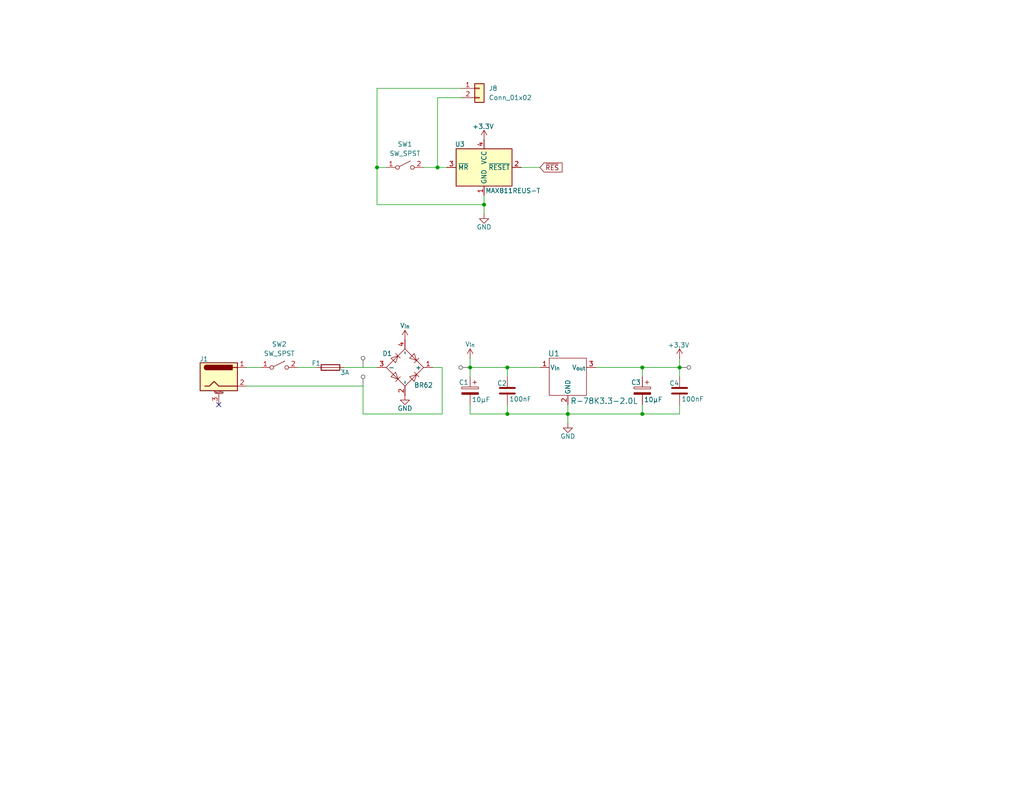
<source format=kicad_sch>
(kicad_sch (version 20231120) (generator "eeschema") (generator_version "8.0")
  (paper "A")
  (title_block (title "Sentinel 65X") (date "2024-05-24") (rev "5") (company "Studio 8502"))
  (lib_symbols
    (symbol "Connector:Barrel_Jack_MountingPin" (pin_names hide)
      (property "Reference" "J1" (at -4.064 4.826 0))
      (symbol "Barrel_Jack_MountingPin_0_1"
        (rectangle (start -5.08 3.81) (end 5.08 -3.81) (stroke (width 0.254)) (fill (type background)))
        (arc (start -3.302 3.175) (mid -3.9343 2.54) (end -3.302 1.905) (stroke (width 0.254)))
        (arc (start -3.302 3.175) (mid -3.9343 2.54) (end -3.302 1.905) (stroke (width 0.254)) (fill (type outline)))
        (polyline (pts (xy 5.08 2.54) (xy 3.81 2.54)) (stroke (width 0.254)))
        (polyline (pts (xy -3.81 -2.54) (xy -2.54 -2.54) (xy -1.27 -1.27) (xy 0 -2.54) (xy 2.54 -2.54) (xy 5.08 -2.54)) (stroke (width 0.254)))
        (rectangle (start 3.683 3.175) (end -3.302 1.905) (stroke (width 0.254)) (fill (type outline)))
      )
      (symbol "Barrel_Jack_MountingPin_1_1"
        (polyline (pts (xy -1.016 -4.572) (xy 1.016 -4.572)) (stroke (width 0.1524)))
        (text "Mounting" (at 0 -4.191 0) (effects (font (size 0.381 0.381))))
        (pin passive line (at 7.62 2.54 180) (length 2.54) (name "~") (number "1"))
        (pin passive line (at 7.62 -2.54 180) (length 2.54) (name "~") (number "2"))
        (pin passive line (at 0 -7.62 90) (length 3.048) (name "3") (number "3"))
      )
    )
    (symbol "Connector_Generic:Conn_01x02" (pin_names (offset 1.016) hide)
      (property "Reference" "J" (at 0 2.54 0))
      (property "Value" "Conn_01x02" (at 0 -5.08 0))
      (symbol "Conn_01x02_1_1"
        (rectangle (start -1.27 -2.413) (end 0 -2.667) (stroke (width 0.1524)))
        (rectangle (start -1.27 0.127) (end 0 -0.127) (stroke (width 0.1524)))
        (rectangle (start -1.27 1.27) (end 1.27 -3.81) (stroke (width 0.254)) (fill (type background)))
        (pin passive line (at -5.08 0 0) (length 3.81) (name "Pin_1") (number "1"))
        (pin passive line (at -5.08 -2.54 0) (length 3.81) (name "Pin_2") (number "2"))
      )
    )
    (symbol "Device:C" (pin_numbers hide) (pin_names (offset 0.254))
      (property "Reference" "C" (at 0.635 2.54 0))
      (property "Value" "C" (at 0.635 -2.54 0))
      (symbol "C_0_1"
        (polyline (pts (xy -2.032 -0.762) (xy 2.032 -0.762)) (stroke (width 0.508)))
        (polyline (pts (xy -2.032 0.762) (xy 2.032 0.762)) (stroke (width 0.508)))
      )
      (symbol "C_1_1"
        (pin passive line (at 0 3.81 270) (length 2.794) (name "~") (number "1"))
        (pin passive line (at 0 -3.81 90) (length 2.794) (name "~") (number "2"))
      )
    )
    (symbol "Device:C_Polarized" (pin_numbers hide) (pin_names (offset 0.254))
      (property "Reference" "C" (at 0.635 2.54 0))
      (property "Value" "C_Polarized" (at 0.635 -2.54 0))
      (symbol "C_Polarized_0_1"
        (rectangle (start -2.286 0.508) (end 2.286 1.016))
        (polyline (pts (xy -1.778 2.286) (xy -0.762 2.286)))
        (polyline (pts (xy -1.27 2.794) (xy -1.27 1.778)))
        (rectangle (start 2.286 -0.508) (end -2.286 -1.016) (fill (type outline)))
      )
      (symbol "C_Polarized_1_1"
        (pin passive line (at 0 3.81 270) (length 2.794) (name "~") (number "1"))
        (pin passive line (at 0 -3.81 90) (length 2.794) (name "~") (number "2"))
      )
    )
    (symbol "Device:Fuse" (pin_numbers hide) (pin_names (offset 0))
      (property "Reference" "F" (at 2.032 0 90))
      (property "Value" "Fuse" (at -1.905 0 90))
      (symbol "Fuse_0_1"
        (rectangle (start -0.762 -2.54) (end 0.762 2.54) (stroke (width 0.254)))
        (polyline (pts (xy 0 2.54) (xy 0 -2.54)))
      )
      (symbol "Fuse_1_1"
        (pin passive line (at 0 3.81 270) (length 1.27) (name "~") (number "1"))
        (pin passive line (at 0 -3.81 90) (length 1.27) (name "~") (number "2"))
      )
    )
    (symbol "Power_Supervisor:MAX811REUS-T"
      (property "Reference" "U" (at -7.62 6.35 0))
      (property "Value" "MAX811REUS-T" (at 1.27 6.35 0))
      (symbol "MAX811REUS-T_0_1"
        (rectangle (start -7.62 5.08) (end 7.62 -5.08) (stroke (width 0.254)) (fill (type background)))
      )
      (symbol "MAX811REUS-T_1_1"
        (pin power_in line (at 0 -7.62 90) (length 2.54) (name "GND") (number "1"))
        (pin output line (at 10.16 0 180) (length 2.54) (name "~{RESET}") (number "2"))
        (pin input line (at -10.16 0 0) (length 2.54) (name "~{MR}") (number "3"))
        (pin power_in line (at 0 7.62 270) (length 2.54) (name "VCC") (number "4"))
      )
    )
    (symbol "Sentinel 65X Prototype 5:BR62"
      (property "Reference" "D" (at 13.462 3.302 0))
      (property "Value" "BR62" (at 13.462 0.762 0))
      (symbol "BR62_0_1"
        (polyline (pts (xy 7.62 -1.27) (xy 8.89 -2.54)))
        (polyline (pts (xy 8.89 -7.62) (xy 7.62 -8.89)))
        (polyline (pts (xy 12.7 -6.35) (xy 13.97 -7.62)))
        (polyline (pts (xy 12.7 -3.81) (xy 13.97 -2.54)))
        (polyline (pts (xy 6.35 -2.54) (xy 7.62 -3.81) (xy 8.255 -1.905) (xy 6.35 -2.54)))
        (polyline (pts (xy 7.62 -6.35) (xy 6.35 -7.62) (xy 8.255 -8.255) (xy 7.62 -6.35)))
        (polyline (pts (xy 11.43 -2.54) (xy 12.7 -1.27) (xy 13.335 -3.175) (xy 11.43 -2.54)))
        (polyline (pts (xy 13.335 -6.985) (xy 11.43 -7.62) (xy 12.7 -8.89) (xy 13.335 -6.985)))
        (polyline (pts (xy 5.08 -5.08) (xy 10.16 -10.16) (xy 15.24 -5.08) (xy 10.16 0) (xy 5.08 -5.08)))
      )
      (symbol "BR62_1_1"
        (pin passive line (at 17.78 -5.08 180) (length 2.54) (name "+") (number "1"))
        (pin passive line (at 10.16 -12.7 90) (length 2.54) (name "~ ") (number "2"))
        (pin passive line (at 2.54 -5.08 0) (length 2.54) (name "-") (number "3"))
        (pin passive line (at 10.16 2.54 270) (length 2.54) (name " ~") (number "4"))
      )
    )
    (symbol "Sentinel 65X Prototype 5:R-78K3.3-2.0L" (pin_names (offset 0.254))
      (property "Reference" "U" (at 8.128 3.556 0))
      (property "Value" "R-78K3.3-2.0L" (at 22.098 -8.89 0))
      (symbol "R-78K3.3-2.0L_1_1"
        (rectangle (start 7.62 2.54) (end 17.78 -7.62))
        (pin power_in line (at 5.08 0 0) (length 2.54) (name "V_{in}") (number "1"))
        (pin power_out line (at 12.7 -10.16 90) (length 2.54) (name "GND") (number "2"))
        (pin power_out line (at 20.32 0 180) (length 2.54) (name "V_{out}") (number "3"))
      )
    )
    (symbol "Switch:SW_SPST" (pin_names (offset 0) hide)
      (property "Reference" "SW" (at 0 3.175 0))
      (property "Value" "SW_SPST" (at 0 -2.54 0))
      (symbol "SW_SPST_0_0"
        (circle (center -2.032 0) (radius 0.508))
        (polyline (pts (xy -1.524 0.254) (xy 1.524 1.778)))
        (circle (center 2.032 0) (radius 0.508))
      )
      (symbol "SW_SPST_1_1"
        (pin passive line (at -5.08 0 0) (length 2.54) (name "A") (number "1"))
        (pin passive line (at 5.08 0 180) (length 2.54) (name "B") (number "2"))
      )
    )
    (symbol "power:+3.3V" (power) (pin_numbers hide) (pin_names (offset 0) hide)
      (property "Value" "+3.3V" (at 0 3.556 0))
      (symbol "+3.3V_0_1"
        (polyline (pts (xy -0.762 1.27) (xy 0 2.54)))
        (polyline (pts (xy 0 0) (xy 0 2.54)))
        (polyline (pts (xy 0 2.54) (xy 0.762 1.27)))
      )
      (symbol "+3.3V_1_1"
        (pin power_in line (at 0 0 90) (length 0) (name "~") (number "1"))
      )
    )
    (symbol "power:GND" (power) (pin_numbers hide) (pin_names (offset 0) hide)
      (property "Value" "GND" (at 0 -3.81 0))
      (symbol "GND_0_1"
        (polyline (pts (xy 0 0) (xy 0 -1.27) (xy 1.27 -1.27) (xy 0 -2.54) (xy -1.27 -1.27) (xy 0 -1.27)))
      )
      (symbol "GND_1_1"
        (pin power_in line (at 0 0 270) (length 0) (name "~") (number "1"))
      )
    )
    (symbol "power:VCC" (power) (pin_numbers hide) (pin_names (offset 0) hide)
      (property "Value" "VCC" (at 0 3.556 0))
      (symbol "VCC_0_1"
        (polyline (pts (xy -0.762 1.27) (xy 0 2.54)))
        (polyline (pts (xy 0 0) (xy 0 2.54)))
        (polyline (pts (xy 0 2.54) (xy 0.762 1.27)))
      )
      (symbol "VCC_1_1"
        (pin power_in line (at 0 0 90) (length 0) (name "~") (number "1"))
      )
    )
  )
  (bus_alias "Control_Signals" (members "~{RES}" "~{IRQ}" "~{VIRQ}" "~{NMI}" "~{RD}" "~{WR}" "R/~{W}"))
  (junction (at 185.42 100.33))
  (junction (at 119.38 45.72))
  (junction (at 138.43 100.33))
  (junction (at 138.43 113.03))
  (junction (at 128.27 100.33))
  (junction (at 132.08 55.88))
  (junction (at 154.94 113.03))
  (junction (at 175.26 100.33))
  (junction (at 175.26 113.03))
  (junction (at 102.87 45.72))
  (no_connect (at 59.69 110.49))
  (wire (pts (xy 175.26 110.49) (xy 175.26 113.03)))
  (wire (pts (xy 115.57 45.72) (xy 119.38 45.72)))
  (wire (pts (xy 119.38 26.67) (xy 125.73 26.67)))
  (wire (pts (xy 138.43 100.33) (xy 138.43 102.87)))
  (wire (pts (xy 118.11 100.33) (xy 120.65 100.33)))
  (wire (pts (xy 128.27 110.49) (xy 128.27 113.03)))
  (wire (pts (xy 147.32 45.72) (xy 142.24 45.72)))
  (wire (pts (xy 128.27 113.03) (xy 138.43 113.03)))
  (wire (pts (xy 67.31 105.41) (xy 99.06 105.41)))
  (wire (pts (xy 102.87 24.13) (xy 125.73 24.13)))
  (wire (pts (xy 99.06 105.41) (xy 99.06 113.03)))
  (wire (pts (xy 185.42 97.79) (xy 185.42 100.33)))
  (wire (pts (xy 175.26 100.33) (xy 185.42 100.33)))
  (wire (pts (xy 128.27 97.79) (xy 128.27 100.33)))
  (wire (pts (xy 102.87 45.72) (xy 105.41 45.72)))
  (wire (pts (xy 102.87 24.13) (xy 102.87 45.72)))
  (wire (pts (xy 128.27 100.33) (xy 138.43 100.33)))
  (wire (pts (xy 93.98 100.33) (xy 102.87 100.33)))
  (wire (pts (xy 132.08 58.42) (xy 132.08 55.88)))
  (wire (pts (xy 185.42 110.49) (xy 185.42 113.03)))
  (wire (pts (xy 138.43 110.49) (xy 138.43 113.03)))
  (wire (pts (xy 132.08 55.88) (xy 132.08 53.34)))
  (wire (pts (xy 119.38 45.72) (xy 121.92 45.72)))
  (wire (pts (xy 154.94 110.49) (xy 154.94 113.03)))
  (wire (pts (xy 102.87 45.72) (xy 102.87 55.88)))
  (wire (pts (xy 138.43 100.33) (xy 147.32 100.33)))
  (wire (pts (xy 185.42 100.33) (xy 185.42 102.87)))
  (wire (pts (xy 99.06 113.03) (xy 120.65 113.03)))
  (wire (pts (xy 175.26 113.03) (xy 185.42 113.03)))
  (wire (pts (xy 67.31 100.33) (xy 71.12 100.33)))
  (wire (pts (xy 81.28 100.33) (xy 86.36 100.33)))
  (wire (pts (xy 175.26 100.33) (xy 175.26 102.87)))
  (wire (pts (xy 120.65 100.33) (xy 120.65 113.03)))
  (wire (pts (xy 128.27 100.33) (xy 128.27 102.87)))
  (wire (pts (xy 138.43 113.03) (xy 154.94 113.03)))
  (wire (pts (xy 154.94 113.03) (xy 154.94 115.57)))
  (wire (pts (xy 119.38 26.67) (xy 119.38 45.72)))
  (wire (pts (xy 162.56 100.33) (xy 175.26 100.33)))
  (wire (pts (xy 154.94 113.03) (xy 175.26 113.03)))
  (wire (pts (xy 102.87 55.88) (xy 132.08 55.88)))
  (global_label "~{RES}" (shape input) (at 147.32 45.72 0) (property "Intersheetrefs" "${INTERSHEET_REFS}" (effects (hide yes))))
  (netclass_flag "" (length 2.54) (shape round) (at 99.06 100.33 0) (property "Netclass" "Power" (effects (hide yes))))
  (netclass_flag "" (length 2.54) (shape round) (at 128.27 100.33 90) (property "Netclass" "Power" (effects (hide yes))))
  (netclass_flag "" (length 2.54) (shape round) (at 99.06 105.41 0) (property "Netclass" "Power" (effects (hide yes))))
  (netclass_flag "" (length 2.54) (shape round) (at 185.42 100.33 270) (property "Netclass" "Power" (effects (hide yes))))
  (symbol (lib_id "Sentinel 65X Prototype 5:BR62") (at 100.33 95.25 0) (unit 1)
    (property "Reference" "D1" (at 105.664 96.52 0))
    (property "Value" "BR62" (at 115.57 105.156 0))
    (property "Footprint" "Sentinel 65X Prototype 5:BR62" (effects (hide yes)))
    (property "Datasheet" "https://www.mouser.co.uk/datasheet/2/345/br605-610-16886.pdf" (effects (hide yes)))
    (property "Description" "Bridge Rectifiers 6A 200V" (effects (hide yes)))
    (property "Height" "6.8" (effects (hide yes)))
    (property "Mouser Part Number" "583-BR62" (effects (hide yes)))
    (property "Mouser Price/Stock" "https://www.mouser.co.uk/ProductDetail/Rectron/BR62/?qs=G5AQjGfRJcLc%252Beqolgm3gQ%3D%3D" (effects (hide yes)))
    (property "Manufacturer_Name" "Rectron" (effects (hide yes)))
    (property "Manufacturer_Part_Number" "BR62" (effects (hide yes)))
  )
  (symbol (lib_id "Device:C") (at 185.42 106.68 0) (unit 1)
    (property "Reference" "C4" (at 182.626 104.648 0) (effects (justify left)))
    (property "Value" "100nF" (at 185.928 108.966 0) (effects (justify left)))
    (property "Footprint" "Capacitor_SMD:C_0402_1005Metric" (effects (hide yes)))
    (property "Datasheet" "https://wmsc.lcsc.com/wmsc/upload/file/pdf/v2/lcsc/2304140030_Samsung-Electro-Mechanics-CL05B104KO5NNNC_C1525.pdf" (effects (hide yes)))
    (property "Description" "50V 100nF X7R ±10% 0402  Multilayer Ceramic Capacitors MLCC - SMD/SMT ROHS" (effects (hide yes)))
    (property "JLCPCB Part #" "C307331" (effects (hide yes)))
    (property "Manufacturer" "Samsung Electro-Mechanics" (effects (hide yes)))
    (property "MFR.Part #" "CL05B104KB54PNC" (effects (hide yes)))
  )
  (symbol (lib_id "Device:C") (at 138.43 106.68 0) (unit 1)
    (property "Reference" "C2" (at 135.636 104.648 0) (effects (justify left)))
    (property "Value" "100nF" (at 138.938 108.966 0) (effects (justify left)))
    (property "Footprint" "Capacitor_SMD:C_0402_1005Metric" (effects (hide yes)))
    (property "Datasheet" "https://wmsc.lcsc.com/wmsc/upload/file/pdf/v2/lcsc/2304140030_Samsung-Electro-Mechanics-CL05B104KO5NNNC_C1525.pdf" (effects (hide yes)))
    (property "Description" "50V 100nF X7R ±10% 0402  Multilayer Ceramic Capacitors MLCC - SMD/SMT ROHS" (effects (hide yes)))
    (property "JLCPCB Part #" "C307331" (effects (hide yes)))
    (property "Manufacturer" "Samsung Electro-Mechanics" (effects (hide yes)))
    (property "MFR.Part #" "CL05B104KB54PNC" (effects (hide yes)))
  )
  (symbol (lib_id "power:GND") (at 154.94 115.57 0) (unit 1)
    (property "Reference" "#PWR013" (effects (hide yes)))
    (property "Value" "GND" (at 154.94 119.126 0))
    (property "Description" "Power symbol creates a global label with name \"GND\" , ground" (effects (hide yes)))
  )
  (symbol (lib_id "Device:C_Polarized") (at 128.27 106.68 0) (mirror y) (unit 1)
    (property "Reference" "C1" (at 127.8838 104.4093 0) (effects (justify left)))
    (property "Value" "10µF" (at 133.7731 109.1016 0) (effects (justify left)))
    (property "Footprint" "Capacitor_SMD:CP_Elec_6.3x5.4_Nichicon" (effects (hide yes)))
    (property "Datasheet" "https://wmsc.lcsc.com/wmsc/upload/file/pdf/v2/lcsc/2304140030_Nichicon-UWT1H100MCL1GB_C445064.pdf" (effects (hide yes)))
    (property "Description" "Polarized capacitor" (effects (hide yes)))
    (property "JLCPCB Part #" "C445064" (effects (hide yes)))
    (property "Manufacturer" "Nichicon" (effects (hide yes)))
    (property "MFR.Part #" "UWT1H100MCL1GB" (effects (hide yes)))
  )
  (symbol (lib_id "Connector_Generic:Conn_01x02") (at 130.81 24.13 0) (unit 1)
    (property "Reference" "J8" (at 133.35 24.1299 0) (effects (justify left)))
    (property "Value" "Conn_01x02" (at 133.35 26.6699 0) (effects (justify left)))
    (property "Footprint" "Connector_PinHeader_2.54mm:PinHeader_1x02_P2.54mm_Vertical_SMD_Pin1Left" (effects (hide yes)))
    (property "Datasheet" "https://wmsc.lcsc.com/wmsc/upload/file/pdf/v2/lcsc/2402260705_DEALON-DZ254S-11-02-48_C5160785.pdf" (effects (hide yes)))
    (property "Description" "Brick nogging Square Pins 2P 2.54mm Plugin 1x2P SMD,P=2.54mm Pin Headers ROHS Copy " (effects (hide yes)))
    (property "JLCPCB Part #" "C5160785" (effects (hide yes)))
    (property "Manufacturer" "DEALON" (effects (hide yes)))
    (property "MFR.Part #" "DZ254S-11-02-48" (effects (hide yes)))
    (property "Label" "RESET" (effects (hide yes)))
  )
  (symbol (lib_id "Power_Supervisor:MAX811REUS-T") (at 132.08 45.72 0) (unit 1)
    (property "Reference" "U3" (at 125.476 39.37 0))
    (property "Value" "MAX811REUS-T" (at 139.954 52.07 0))
    (property "Footprint" "Package_TO_SOT_SMD:SOT-143" (effects (hide yes)))
    (property "Datasheet" "https://datasheets.maximintegrated.com/en/ds/MAX811-MAX812.pdf" (effects (hide yes)))
    (property "Description" "Power supply supervisor, Manual reset, Threshold 2.63V, SOT-143" (effects (hide yes)))
    (property "JLCPCB Part #" "C53437" (effects (hide yes)))
    (property "Manufacturer" "Analog Devices Inc./Maxim Integrated" (effects (hide yes)))
    (property "MFR.Part #" "MAX811REUS+T" (effects (hide yes)))
  )
  (symbol (lib_id "Sentinel 65X Prototype 5:R-78K3.3-2.0L") (at 142.24 100.33 0) (unit 1)
    (property "Reference" "U1" (at 151.13 96.52 0) (effects (font (size 1.524 1.524))))
    (property "Value" "R-78K3.3-2.0L" (at 164.846 109.474 0) (effects (font (size 1.524 1.524))))
    (property "Footprint" "Sentinel 65X Prototype 5:R-78K-2p0L_RCP" (effects (hide yes)))
    (property "Datasheet" "https://www.mouser.ca/datasheet/2/468/R_78K_2_0-3105378.pdf" (effects (hide yes)))
    (property "Description" " Non-Isolated DC/DC Converters 2A 4.5-36Vin 3.3Vout " (effects (hide yes)))
    (property "Manufacturer" "RECOM Power" (effects (hide yes)))
    (property "MFR.Part #" " R-78K3.3-2.0L" (effects (hide yes)))
    (property "Mouser Part #" " 919-R-78K3.3-2.0L" (effects (hide yes)))
    (property "Digi-Key Part #" "945-R-78K3.3-2.0L-ND" (effects (hide yes)))
  )
  (symbol (lib_id "Switch:SW_SPST") (at 76.2 100.33 0) (unit 1)
    (property "Reference" "SW2" (at 76.2 93.98 0))
    (property "Value" "SW_SPST" (at 76.2 96.52 0))
    (property "Footprint" "TerminalBlock_MetzConnect:TerminalBlock_MetzConnect_Type011_RT05502HBWC_1x02_P5.00mm_Horizontal" (effects (hide yes)))
    (property "Datasheet" "https://wmsc.lcsc.com/wmsc/upload/file/pdf/v2/lcsc/2304140030_XKB-Connection-TS-1187A-B-A-B_C318884.pdf" (effects (hide yes)))
  )
  (symbol (lib_id "Device:Fuse") (at 90.17 100.33 90) (unit 1)
    (property "Reference" "F1" (at 87.5253 99.1932 90) (effects (justify left)))
    (property "Value" "3A" (at 95.344 101.7167 90) (effects (justify left)))
    (property "Footprint" "Fuse:Fuseholder_Clip-5x20mm_Schurter_CQM_Inline_P20.60x5.00mm_D1.00mm_Horizontal" (effects (hide yes)))
    (property "Datasheet" "https://wmsc.lcsc.com/wmsc/upload/file/pdf/v2/lcsc/2304140030_BOURNS-SF-1206HI200M-2_C1972663.pdf" (effects (hide yes)))
    (property "Label" "6A 50V" (effects (hide yes)))
  )
  (symbol (lib_id "power:+3.3V") (at 185.42 97.79 0) (unit 1)
    (property "Reference" "#PWR011" (effects (hide yes)))
    (property "Value" "+3.3V" (at 185.166 94.234 0))
    (property "Description" "Power symbol creates a global label with name \"+3.3V\"" (effects (hide yes)))
  )
  (symbol (lib_id "Switch:SW_SPST") (at 110.49 45.72 0) (unit 1)
    (property "Reference" "SW1" (at 110.49 39.37 0))
    (property "Value" "SW_SPST" (at 110.49 41.91 0))
    (property "Footprint" "Button_Switch_SMD:SW_Push_1P1T_XKB_TS-1187A" (effects (hide yes)))
    (property "Datasheet" "https://wmsc.lcsc.com/wmsc/upload/file/pdf/v2/lcsc/2304140030_XKB-Connection-TS-1187A-B-A-B_C318884.pdf" (effects (hide yes)))
    (property "Description" "Single Pole Single Throw (SPST) switch" (effects (hide yes)))
    (property "JLCPCB Part #" "C318884" (effects (hide yes)))
    (property "Manufacturer" "XKB Connection" (effects (hide yes)))
    (property "MFR.Part #" "TS-1187A-B-A-B" (effects (hide yes)))
    (property "Label" "RESET" (effects (hide yes)))
  )
  (symbol (lib_id "power:+3.3V") (at 132.08 38.1 0) (unit 1)
    (property "Reference" "#PWR07" (effects (hide yes)))
    (property "Value" "+3.3V" (at 131.826 34.544 0))
    (property "Description" "Power symbol creates a global label with name \"+3.3V\"" (effects (hide yes)))
  )
  (symbol (lib_id "power:VCC") (at 110.49 92.71 0) (unit 1)
    (property "Reference" "#PWR09" (effects (hide yes)))
    (property "Value" "V_{in}" (at 110.49 88.9 0))
    (property "Description" "Power symbol creates a global label with name \"V_{in}\"" (effects (hide yes)))
  )
  (symbol (lib_id "power:GND") (at 132.08 58.42 0) (unit 1)
    (property "Reference" "#PWR08" (effects (hide yes)))
    (property "Value" "GND" (at 132.08 61.976 0))
    (property "Description" "Power symbol creates a global label with name \"GND\" , ground" (effects (hide yes)))
  )
  (symbol (lib_id "Connector:Barrel_Jack_MountingPin") (at 59.69 102.87 0) (unit 1)
    (property "Reference" "J1" (at 55.626 98.044 0))
    (property "Value" "Barrel_Jack_MountingPin" (effects (hide yes)))
    (property "Footprint" "Connector_BarrelJack:BarrelJack_Horizontal" (effects (hide yes)))
    (property "Datasheet" "https://wmsc.lcsc.com/wmsc/upload/file/pdf/v2/lcsc/2308221657_BOOMELE-Boom-Precision-Elec-DC-005-2-0_C16214.pdf" (effects (hide yes)))
    (property "Description" "DC Barrel Jack with a mounting pin" (effects (hide yes)))
    (property "JLCPCB Part #" "C16214" (effects (hide yes)))
    (property "Manufacturer" "BOOMELE(Boom Precision Elec)" (effects (hide yes)))
    (property "MFR.Part #" "DC-005 2.0" (effects (hide yes)))
  )
  (symbol (lib_id "Device:C_Polarized") (at 175.26 106.68 0) (mirror y) (unit 1)
    (property "Reference" "C3" (at 174.8738 104.4093 0) (effects (justify left)))
    (property "Value" "10µF" (at 180.7631 109.1016 0) (effects (justify left)))
    (property "Footprint" "Capacitor_SMD:CP_Elec_6.3x5.4_Nichicon" (effects (hide yes)))
    (property "Datasheet" "https://wmsc.lcsc.com/wmsc/upload/file/pdf/v2/lcsc/2304140030_Nichicon-UWT1H100MCL1GB_C445064.pdf" (effects (hide yes)))
    (property "Description" "Polarized capacitor" (effects (hide yes)))
    (property "JLCPCB Part #" "C445064" (effects (hide yes)))
    (property "Manufacturer" "Nichicon" (effects (hide yes)))
    (property "MFR.Part #" "UWT1H100MCL1GB" (effects (hide yes)))
  )
  (symbol (lib_id "power:GND") (at 110.49 107.95 0) (unit 1)
    (property "Reference" "#PWR012" (effects (hide yes)))
    (property "Value" "GND" (at 110.49 111.506 0))
    (property "Description" "Power symbol creates a global label with name \"GND\" , ground" (effects (hide yes)))
  )
  (symbol (lib_id "power:VCC") (at 128.27 97.79 0) (unit 1)
    (property "Reference" "#PWR010" (effects (hide yes)))
    (property "Value" "V_{in}" (at 128.27 93.98 0))
    (property "Description" "Power symbol creates a global label with name \"V_{in}\"" (effects (hide yes)))
  )
)
</source>
